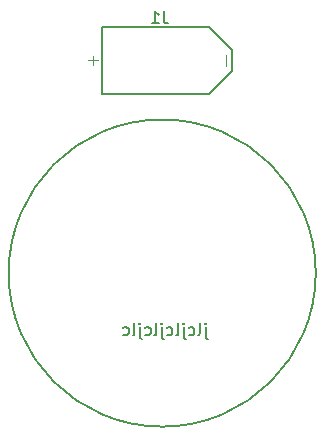
<source format=gbo>
%TF.GenerationSoftware,KiCad,Pcbnew,(6.0.9)*%
%TF.CreationDate,2023-02-02T11:12:29+01:00*%
%TF.ProjectId,SamsungLedBoard,53616d73-756e-4674-9c65-64426f617264,rev?*%
%TF.SameCoordinates,Original*%
%TF.FileFunction,Legend,Bot*%
%TF.FilePolarity,Positive*%
%FSLAX46Y46*%
G04 Gerber Fmt 4.6, Leading zero omitted, Abs format (unit mm)*
G04 Created by KiCad (PCBNEW (6.0.9)) date 2023-02-02 11:12:29*
%MOMM*%
%LPD*%
G01*
G04 APERTURE LIST*
%ADD10C,0.160000*%
%ADD11C,0.150000*%
%ADD12C,0.120000*%
%ADD13C,0.200000*%
%ADD14C,2.200000*%
%ADD15C,4.000000*%
G04 APERTURE END LIST*
D10*
X163000000Y-100000000D02*
G75*
G03*
X163000000Y-100000000I-13000000J0D01*
G01*
X153676190Y-104585714D02*
X153676190Y-105442857D01*
X153723809Y-105538095D01*
X153819047Y-105585714D01*
X153866666Y-105585714D01*
X153676190Y-104252380D02*
X153723809Y-104300000D01*
X153676190Y-104347619D01*
X153628571Y-104300000D01*
X153676190Y-104252380D01*
X153676190Y-104347619D01*
X153057142Y-105252380D02*
X153152380Y-105204761D01*
X153200000Y-105109523D01*
X153200000Y-104252380D01*
X152247619Y-105204761D02*
X152342857Y-105252380D01*
X152533333Y-105252380D01*
X152628571Y-105204761D01*
X152676190Y-105157142D01*
X152723809Y-105061904D01*
X152723809Y-104776190D01*
X152676190Y-104680952D01*
X152628571Y-104633333D01*
X152533333Y-104585714D01*
X152342857Y-104585714D01*
X152247619Y-104633333D01*
X151819047Y-104585714D02*
X151819047Y-105442857D01*
X151866666Y-105538095D01*
X151961904Y-105585714D01*
X152009523Y-105585714D01*
X151819047Y-104252380D02*
X151866666Y-104300000D01*
X151819047Y-104347619D01*
X151771428Y-104300000D01*
X151819047Y-104252380D01*
X151819047Y-104347619D01*
X151200000Y-105252380D02*
X151295238Y-105204761D01*
X151342857Y-105109523D01*
X151342857Y-104252380D01*
X150390476Y-105204761D02*
X150485714Y-105252380D01*
X150676190Y-105252380D01*
X150771428Y-105204761D01*
X150819047Y-105157142D01*
X150866666Y-105061904D01*
X150866666Y-104776190D01*
X150819047Y-104680952D01*
X150771428Y-104633333D01*
X150676190Y-104585714D01*
X150485714Y-104585714D01*
X150390476Y-104633333D01*
X149961904Y-104585714D02*
X149961904Y-105442857D01*
X150009523Y-105538095D01*
X150104761Y-105585714D01*
X150152380Y-105585714D01*
X149961904Y-104252380D02*
X150009523Y-104300000D01*
X149961904Y-104347619D01*
X149914285Y-104300000D01*
X149961904Y-104252380D01*
X149961904Y-104347619D01*
X149342857Y-105252380D02*
X149438095Y-105204761D01*
X149485714Y-105109523D01*
X149485714Y-104252380D01*
X148533333Y-105204761D02*
X148628571Y-105252380D01*
X148819047Y-105252380D01*
X148914285Y-105204761D01*
X148961904Y-105157142D01*
X149009523Y-105061904D01*
X149009523Y-104776190D01*
X148961904Y-104680952D01*
X148914285Y-104633333D01*
X148819047Y-104585714D01*
X148628571Y-104585714D01*
X148533333Y-104633333D01*
X148104761Y-104585714D02*
X148104761Y-105442857D01*
X148152380Y-105538095D01*
X148247619Y-105585714D01*
X148295238Y-105585714D01*
X148104761Y-104252380D02*
X148152380Y-104300000D01*
X148104761Y-104347619D01*
X148057142Y-104300000D01*
X148104761Y-104252380D01*
X148104761Y-104347619D01*
X147485714Y-105252380D02*
X147580952Y-105204761D01*
X147628571Y-105109523D01*
X147628571Y-104252380D01*
X146676190Y-105204761D02*
X146771428Y-105252380D01*
X146961904Y-105252380D01*
X147057142Y-105204761D01*
X147104761Y-105157142D01*
X147152380Y-105061904D01*
X147152380Y-104776190D01*
X147104761Y-104680952D01*
X147057142Y-104633333D01*
X146961904Y-104585714D01*
X146771428Y-104585714D01*
X146676190Y-104633333D01*
D11*
%TO.C,J1*%
X150133333Y-77852380D02*
X150133333Y-78566666D01*
X150180952Y-78709523D01*
X150276190Y-78804761D01*
X150419047Y-78852380D01*
X150514285Y-78852380D01*
X149133333Y-78852380D02*
X149704761Y-78852380D01*
X149419047Y-78852380D02*
X149419047Y-77852380D01*
X149514285Y-77995238D01*
X149609523Y-78090476D01*
X149704761Y-78138095D01*
D12*
X144150000Y-81600000D02*
X144150000Y-82400000D01*
D13*
X155950000Y-82850000D02*
X153950000Y-84850000D01*
D12*
X144550000Y-82000000D02*
X143750000Y-82000000D01*
D13*
X144900000Y-79150000D02*
X144900000Y-84850000D01*
D12*
X155400000Y-82500000D02*
X155400000Y-81500000D01*
D13*
X144900000Y-79150000D02*
X153950000Y-79150000D01*
X155950000Y-81150000D02*
X155950000Y-82850000D01*
X155950000Y-81150000D02*
X153950000Y-79150000D01*
X144900000Y-84850000D02*
X153950000Y-84850000D01*
%TD*%
%LPC*%
D14*
%TO.C,REF\u002A\u002A*%
X150000000Y-117000000D03*
%TD*%
%TO.C,REF\u002A\u002A*%
X133000000Y-100000000D03*
%TD*%
%TO.C,REF\u002A\u002A*%
X167000000Y-100000000D03*
%TD*%
D15*
%TO.C,J1*%
X152500000Y-82000000D03*
X147500000Y-82000000D03*
%TD*%
M02*

</source>
